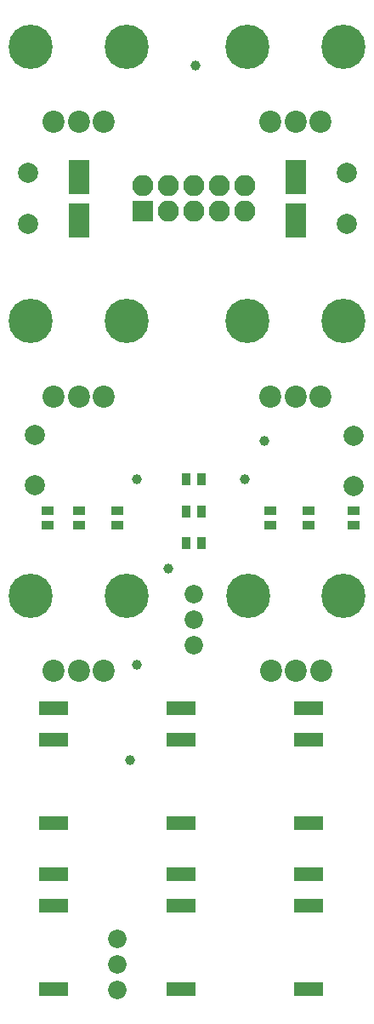
<source format=gbs>
G04 #@! TF.FileFunction,Soldermask,Bot*
%FSLAX46Y46*%
G04 Gerber Fmt 4.6, Leading zero omitted, Abs format (unit mm)*
G04 Created by KiCad (PCBNEW 4.0.6) date Tuesday, December 12, 2017 'AMt' 12:19:16 AM*
%MOMM*%
%LPD*%
G01*
G04 APERTURE LIST*
%ADD10C,0.100000*%
%ADD11C,1.000000*%
%ADD12R,2.000000X3.400000*%
%ADD13R,2.900000X1.400000*%
%ADD14R,1.300000X0.900000*%
%ADD15R,0.900000X1.300000*%
%ADD16C,1.840000*%
%ADD17R,2.100000X2.100000*%
%ADD18O,2.100000X2.100000*%
%ADD19C,2.000000*%
%ADD20C,2.200000*%
%ADD21C,4.400000*%
G04 APERTURE END LIST*
D10*
D11*
X175387000Y-68072000D03*
X172720000Y-118110000D03*
X168910000Y-137160000D03*
X169545000Y-109220000D03*
X169545000Y-127635000D03*
X180340000Y-109220000D03*
D12*
X163830000Y-83480000D03*
X163830000Y-79080000D03*
X185420000Y-83480000D03*
X185420000Y-79080000D03*
D13*
X186690000Y-159860000D03*
X186690000Y-151560000D03*
X186690000Y-148460000D03*
X173990000Y-159860000D03*
X173990000Y-151560000D03*
X173990000Y-148460000D03*
X161290000Y-143350000D03*
X161290000Y-135050000D03*
X161290000Y-131950000D03*
X186690000Y-143350000D03*
X186690000Y-135050000D03*
X186690000Y-131950000D03*
X173990000Y-143350000D03*
X173990000Y-135050000D03*
X173990000Y-131950000D03*
X161290000Y-159860000D03*
X161290000Y-151560000D03*
X161290000Y-148460000D03*
D14*
X160655000Y-112280000D03*
X160655000Y-113780000D03*
D15*
X174510000Y-112395000D03*
X176010000Y-112395000D03*
D14*
X163830000Y-113780000D03*
X163830000Y-112280000D03*
X182880000Y-113780000D03*
X182880000Y-112280000D03*
X167640000Y-113780000D03*
X167640000Y-112280000D03*
X186690000Y-113780000D03*
X186690000Y-112280000D03*
D15*
X174510000Y-109220000D03*
X176010000Y-109220000D03*
X176010000Y-115570000D03*
X174510000Y-115570000D03*
D14*
X191135000Y-113780000D03*
X191135000Y-112280000D03*
D16*
X175260000Y-120650000D03*
X175260000Y-123190000D03*
X175260000Y-125730000D03*
X167640000Y-160020000D03*
X167640000Y-157480000D03*
X167640000Y-154940000D03*
D17*
X170180000Y-82550000D03*
D18*
X170180000Y-80010000D03*
X172720000Y-82550000D03*
X172720000Y-80010000D03*
X175260000Y-82550000D03*
X175260000Y-80010000D03*
X177800000Y-82550000D03*
X177800000Y-80010000D03*
X180340000Y-82550000D03*
X180340000Y-80010000D03*
D19*
X159385000Y-104775000D03*
X159385000Y-109775000D03*
X158750000Y-78740000D03*
X158750000Y-83740000D03*
X191135000Y-109855000D03*
X191135000Y-104855000D03*
X190500000Y-78740000D03*
X190500000Y-83740000D03*
D20*
X187920000Y-128270000D03*
X185420000Y-128270000D03*
X182920000Y-128270000D03*
D21*
X190170000Y-120770000D03*
X180670000Y-120770000D03*
D20*
X166290000Y-128270000D03*
X163790000Y-128270000D03*
X161290000Y-128270000D03*
D21*
X168540000Y-120770000D03*
X159040000Y-120770000D03*
D20*
X187880000Y-73660000D03*
X185380000Y-73660000D03*
X182880000Y-73660000D03*
D21*
X190130000Y-66160000D03*
X180630000Y-66160000D03*
D20*
X187880000Y-100965000D03*
X185380000Y-100965000D03*
X182880000Y-100965000D03*
D21*
X190130000Y-93465000D03*
X180630000Y-93465000D03*
D20*
X166290000Y-100965000D03*
X163790000Y-100965000D03*
X161290000Y-100965000D03*
D21*
X168540000Y-93465000D03*
X159040000Y-93465000D03*
D20*
X166290000Y-73660000D03*
X163790000Y-73660000D03*
X161290000Y-73660000D03*
D21*
X168540000Y-66160000D03*
X159040000Y-66160000D03*
D11*
X182245000Y-105410000D03*
M02*

</source>
